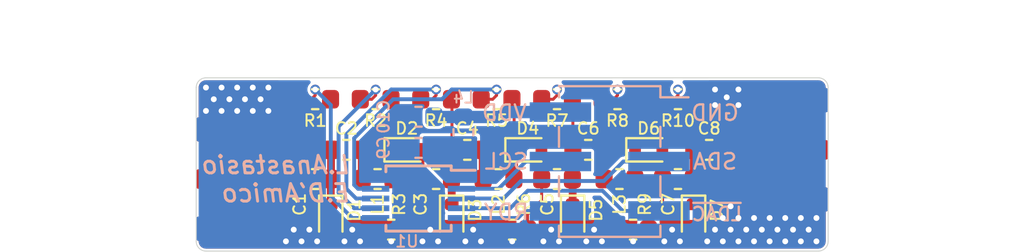
<source format=kicad_pcb>
(kicad_pcb (version 20171130) (host pcbnew 5.1.5-52549c5~84~ubuntu16.04.1)
  (title_block (title "Tunable Filter") (company "Luca Anastasio and Emanuele D'Amico"))
  (layers (0 F.Cu signal) (1 In1.Cu power) (2 In2.Cu power) (31 B.Cu signal) (34 B.Paste user) (35 F.Paste user) (36 B.SilkS user) (37 F.SilkS user) (38 B.Mask user) (39 F.Mask user) (44 Edge.Cuts user))
  (net 0 "")
  (net 1 GND)
  (net 2 VDDA)
  (net 3 VDD)
  (net 4 /RF/inv0/Vd)
  (net 5 /RF/RFin)
  (net 6 /RF/res0/In)
  (net 7 /RF/inv1/Vd)
  (net 8 /RF/inv1/In)
  (net 9 /RF/res1/In)
  (net 10 /RF/inv2/Vd)
  (net 11 /RF/inv2/In)
  (net 12 /RF/res2/In)
  (net 13 /RF/inv3/In)
  (net 14 /RF/inv3/Vd)
  (net 15 /RF/RFout)
  (net 16 /logic/RDY)
  (net 17 /logic/~LDAC)
  (net 18 /logic/SDA)
  (net 19 /logic/SCL)
  (net 20 /RF/V0)
  (net 21 /RF/V1)
  (net 22 /RF/V2)
  (net 23 /RF/V3)
  (net 24 /RF/res0/Vd+)
  (net 25 /RF/res1/Vd+)
  (net 26 /RF/res2/Vd+)
  (module Connector_PinHeader_2.54mm:PinHeader_2x03_P2.54mm_Vertical_SMD (layer B.Cu) (at 83.7 48.1 180)
    (fp_text reference J3 hide)
    (fp_text value Conn_01x06_Male)
    (fp_line (start 2.6 -0.76) (end 2.6 -1.78) (layer B.SilkS) (width 0.12))
    (fp_line (start -2.6 -0.76) (end -2.6 -1.78) (layer B.SilkS) (width 0.12))
    (fp_line (start 2.6 1.78) (end 2.6 0.76) (layer B.SilkS) (width 0.12))
    (fp_line (start -2.6 1.78) (end -2.6 0.76) (layer B.SilkS) (width 0.12))
    (fp_line (start 2.6 -3.3) (end 2.6 -3.87) (layer B.SilkS) (width 0.12))
    (fp_line (start -2.6 -3.3) (end -2.6 -3.87) (layer B.SilkS) (width 0.12))
    (fp_line (start 2.6 3.87) (end 2.6 3.3) (layer B.SilkS) (width 0.12))
    (fp_line (start -2.6 3.87) (end -2.6 3.3) (layer B.SilkS) (width 0.12))
    (fp_line (start -4.04 3.3) (end -2.6 3.3) (layer B.SilkS) (width 0.12))
    (fp_line (start -2.6 -3.87) (end 2.6 -3.87) (layer B.SilkS) (width 0.12))
    (fp_line (start -2.6 3.87) (end 2.6 3.87) (layer B.SilkS) (width 0.12))
    (pad 6 smd rect (at 2.525 -2.54 180) (size 3.15 1) (layers B.Cu B.Paste B.Mask) (net 16 /logic/RDY))
    (pad 5 smd rect (at -2.525 -2.54 180) (size 3.15 1) (layers B.Cu B.Paste B.Mask) (net 17 /logic/~LDAC))
    (pad 4 smd rect (at 2.525 0 180) (size 3.15 1) (layers B.Cu B.Paste B.Mask) (net 19 /logic/SCL))
    (pad 3 smd rect (at -2.525 0 180) (size 3.15 1) (layers B.Cu B.Paste B.Mask) (net 18 /logic/SDA))
    (pad 2 smd rect (at 2.525 2.54 180) (size 3.15 1) (layers B.Cu B.Paste B.Mask) (net 3 VDD))
    (pad 1 smd rect (at -2.525 2.54 180) (size 3.15 1) (layers B.Cu B.Paste B.Mask) (net 1 GND))
  )
  (module Capacitor_SMD:C_0603_1608Metric (layer B.Cu) (at 73.9 45.8 180)
    (fp_text reference C10 (at 1.8 0 90) (layer B.SilkS) (effects (font (size 0.6 0.6) (thickness 0.1)) (justify mirror)))
    (fp_text value 4.7u)
    (fp_line (start -0.162779 0.51) (end 0.162779 0.51) (layer B.SilkS) (width 0.12))
    (fp_line (start -0.162779 -0.51) (end 0.162779 -0.51) (layer B.SilkS) (width 0.12))
    (pad 1 smd roundrect (at -0.7875 0 180) (size 0.875 0.95) (layers B.Cu B.Paste B.Mask) (net 3 VDD))
    (pad 2 smd roundrect (at 0.7875 0 180) (size 0.875 0.95) (layers B.Cu B.Paste B.Mask) (net 1 GND))
  )
  (module Inductor_SMD:L_0603_1608Metric (layer B.Cu) (at 76.2 46.6 90)
    (fp_text reference L4 (at 1.8 0) (layer B.SilkS) (effects (font (size 0.6 0.6) (thickness 0.1)) (justify mirror)))
    (fp_text value 180R)
    (fp_line (start -0.162779 0.51) (end 0.162779 0.51) (layer B.SilkS) (width 0.12))
    (fp_line (start -0.162779 -0.51) (end 0.162779 -0.51) (layer B.SilkS) (width 0.12))
    (pad 1 smd roundrect (at -0.7875 0 90) (size 0.875 0.95) (layers B.Cu B.Paste B.Mask) (net 2 VDDA))
    (pad 2 smd roundrect (at 0.7875 0 90) (size 0.875 0.95) (layers B.Cu B.Paste B.Mask) (net 3 VDD))
  )
  (module libs:SMA_generic_EdgeMount (layer F.Cu) (at 62.5 49)
    (fp_text reference J1 hide)
    (fp_text value Conn_Coaxial)
    (pad 2 smd roundrect (at 2.125 -2.55) (size 4.25 1.25) (layers B.Cu B.Paste B.Mask) (roundrect_rratio 0.1) (net 1 GND))
    (pad 2 smd roundrect (at 2.125 2.55) (size 4.25 1.25) (layers F.Cu F.Paste F.Mask) (roundrect_rratio 0.1) (net 1 GND))
    (pad 2 smd roundrect (at 2.125 2.55) (size 4.25 1.25) (layers B.Cu B.Paste B.Mask) (roundrect_rratio 0.1) (net 1 GND))
    (pad 1 smd roundrect (at 2.125 0) (size 4.25 1) (layers F.Cu F.Paste F.Mask) (roundrect_rratio 0.1) (net 5 /RF/RFin))
    (pad 2 smd roundrect (at 2.125 -2.55) (size 4.25 1.25) (layers F.Cu F.Paste F.Mask) (roundrect_rratio 0.1) (net 1 GND))
    (pad 2 smd roundrect (at 2.125 2.55) (size 4.25 1.25) (layers B.Cu B.Paste B.Mask) (roundrect_rratio 0.1) (net 1 GND))
  )
  (module Resistor_SMD:R_0603_1608Metric (layer F.Cu) (at 87.2 44.9)
    (fp_text reference R10 (at 0 1.1) (layer F.SilkS) (effects (font (size 0.6 0.6) (thickness 0.1))))
    (fp_text value 100k)
    (fp_line (start -0.162779 -0.51) (end 0.162779 -0.51) (layer F.SilkS) (width 0.12))
    (fp_line (start -0.162779 0.51) (end 0.162779 0.51) (layer F.SilkS) (width 0.12))
    (pad 1 smd roundrect (at -0.7875 0) (size 0.875 0.95) (layers F.Cu F.Paste F.Mask) (net 20 /RF/V0))
    (pad 2 smd roundrect (at 0.7875 0) (size 0.875 0.95) (layers F.Cu F.Paste F.Mask) (net 14 /RF/inv3/Vd))
  )
  (module Resistor_SMD:R_0603_1608Metric (layer F.Cu) (at 84.9 51.6 180)
    (fp_text reference R9 (at -0.6 1.3 90) (layer F.SilkS) (effects (font (size 0.6 0.6) (thickness 0.1))))
    (fp_text value 100k)
    (fp_line (start -0.162779 -0.51) (end 0.162779 -0.51) (layer F.SilkS) (width 0.12))
    (fp_line (start -0.162779 0.51) (end 0.162779 0.51) (layer F.SilkS) (width 0.12))
    (pad 1 smd roundrect (at -0.7875 0 180) (size 0.875 0.95) (layers F.Cu F.Paste F.Mask) (net 13 /RF/inv3/In))
    (pad 2 smd roundrect (at 0.7875 0 180) (size 0.875 0.95) (layers F.Cu F.Paste F.Mask) (net 1 GND))
  )
  (module Resistor_SMD:R_0603_1608Metric (layer F.Cu) (at 84.1 44.9)
    (fp_text reference R8 (at 0 1.1) (layer F.SilkS) (effects (font (size 0.6 0.6) (thickness 0.1))))
    (fp_text value 100k)
    (fp_line (start -0.162779 -0.51) (end 0.162779 -0.51) (layer F.SilkS) (width 0.12))
    (fp_line (start -0.162779 0.51) (end 0.162779 0.51) (layer F.SilkS) (width 0.12))
    (pad 1 smd roundrect (at -0.7875 0) (size 0.875 0.95) (layers F.Cu F.Paste F.Mask) (net 21 /RF/V1))
    (pad 2 smd roundrect (at 0.7875 0) (size 0.875 0.95) (layers F.Cu F.Paste F.Mask) (net 26 /RF/res2/Vd+))
  )
  (module Resistor_SMD:R_0603_1608Metric (layer F.Cu) (at 81 44.9)
    (fp_text reference R7 (at 0 1.1) (layer F.SilkS) (effects (font (size 0.6 0.6) (thickness 0.1))))
    (fp_text value 100k)
    (fp_line (start -0.162779 -0.51) (end 0.162779 -0.51) (layer F.SilkS) (width 0.12))
    (fp_line (start -0.162779 0.51) (end 0.162779 0.51) (layer F.SilkS) (width 0.12))
    (pad 1 smd roundrect (at -0.7875 0) (size 0.875 0.95) (layers F.Cu F.Paste F.Mask) (net 22 /RF/V2))
    (pad 2 smd roundrect (at 0.7875 0) (size 0.875 0.95) (layers F.Cu F.Paste F.Mask) (net 10 /RF/inv2/Vd))
  )
  (module Resistor_SMD:R_0603_1608Metric (layer F.Cu) (at 78.7 51.6 180)
    (fp_text reference R6 (at -0.6 1.3 270) (layer F.SilkS) (effects (font (size 0.6 0.6) (thickness 0.1))))
    (fp_text value 100k)
    (fp_line (start -0.162779 0.51) (end 0.162779 0.51) (layer F.SilkS) (width 0.12))
    (fp_line (start -0.162779 -0.51) (end 0.162779 -0.51) (layer F.SilkS) (width 0.12))
    (pad 2 smd roundrect (at 0.7875 0 180) (size 0.875 0.95) (layers F.Cu F.Paste F.Mask) (net 1 GND))
    (pad 1 smd roundrect (at -0.7875 0 180) (size 0.875 0.95) (layers F.Cu F.Paste F.Mask) (net 11 /RF/inv2/In))
  )
  (module Resistor_SMD:R_0603_1608Metric (layer F.Cu) (at 77.9 44.9)
    (fp_text reference R5 (at 0 1.1) (layer F.SilkS) (effects (font (size 0.6 0.6) (thickness 0.1))))
    (fp_text value 100k)
    (fp_line (start -0.162779 0.51) (end 0.162779 0.51) (layer F.SilkS) (width 0.12))
    (fp_line (start -0.162779 -0.51) (end 0.162779 -0.51) (layer F.SilkS) (width 0.12))
    (pad 2 smd roundrect (at 0.7875 0) (size 0.875 0.95) (layers F.Cu F.Paste F.Mask) (net 25 /RF/res1/Vd+))
    (pad 1 smd roundrect (at -0.7875 0) (size 0.875 0.95) (layers F.Cu F.Paste F.Mask) (net 23 /RF/V3))
  )
  (module Resistor_SMD:R_0603_1608Metric (layer F.Cu) (at 74.8 44.9)
    (fp_text reference R4 (at 0 1.1) (layer F.SilkS) (effects (font (size 0.6 0.6) (thickness 0.1))))
    (fp_text value 100k)
    (fp_line (start -0.162779 0.51) (end 0.162779 0.51) (layer F.SilkS) (width 0.12))
    (fp_line (start -0.162779 -0.51) (end 0.162779 -0.51) (layer F.SilkS) (width 0.12))
    (pad 2 smd roundrect (at 0.7875 0) (size 0.875 0.95) (layers F.Cu F.Paste F.Mask) (net 7 /RF/inv1/Vd))
    (pad 1 smd roundrect (at -0.7875 0) (size 0.875 0.95) (layers F.Cu F.Paste F.Mask) (net 22 /RF/V2))
  )
  (module Resistor_SMD:R_0603_1608Metric (layer F.Cu) (at 72.5 51.6 180)
    (fp_text reference R3 (at -0.4 1.3 270) (layer F.SilkS) (effects (font (size 0.6 0.6) (thickness 0.1))))
    (fp_text value 100k)
    (fp_line (start -0.162779 0.51) (end 0.162779 0.51) (layer F.SilkS) (width 0.12))
    (fp_line (start -0.162779 -0.51) (end 0.162779 -0.51) (layer F.SilkS) (width 0.12))
    (pad 2 smd roundrect (at 0.7875 0 180) (size 0.875 0.95) (layers F.Cu F.Paste F.Mask) (net 1 GND))
    (pad 1 smd roundrect (at -0.7875 0 180) (size 0.875 0.95) (layers F.Cu F.Paste F.Mask) (net 8 /RF/inv1/In))
  )
  (module Resistor_SMD:R_0603_1608Metric (layer F.Cu) (at 71.7 44.9)
    (fp_text reference R2 (at 0 1.1) (layer F.SilkS) (effects (font (size 0.6 0.6) (thickness 0.1))))
    (fp_text value 100k)
    (fp_line (start -0.162779 0.51) (end 0.162779 0.51) (layer F.SilkS) (width 0.12))
    (fp_line (start -0.162779 -0.51) (end 0.162779 -0.51) (layer F.SilkS) (width 0.12))
    (pad 2 smd roundrect (at 0.7875 0) (size 0.875 0.95) (layers F.Cu F.Paste F.Mask) (net 24 /RF/res0/Vd+))
    (pad 1 smd roundrect (at -0.7875 0) (size 0.875 0.95) (layers F.Cu F.Paste F.Mask) (net 21 /RF/V1))
  )
  (module Resistor_SMD:R_0603_1608Metric (layer F.Cu) (at 68.6 44.9)
    (fp_text reference R1 (at 0 1.1) (layer F.SilkS) (effects (font (size 0.6 0.6) (thickness 0.1))))
    (fp_text value 100k)
    (fp_line (start -0.162779 0.51) (end 0.162779 0.51) (layer F.SilkS) (width 0.12))
    (fp_line (start -0.162779 -0.51) (end 0.162779 -0.51) (layer F.SilkS) (width 0.12))
    (pad 2 smd roundrect (at 0.7875 0) (size 0.875 0.95) (layers F.Cu F.Paste F.Mask) (net 4 /RF/inv0/Vd))
    (pad 1 smd roundrect (at -0.7875 0) (size 0.875 0.95) (layers F.Cu F.Paste F.Mask) (net 20 /RF/V0))
  )
  (module libs:Coilcraft_0603CS (layer F.Cu) (at 84.2 49)
    (fp_text reference L3 (at 0 1.3 90) (layer F.SilkS) (effects (font (size 0.6 0.6) (thickness 0.1))))
    (fp_text value L0)
    (fp_line (start -0.162779 0.51) (end 0.162779 0.51) (layer F.SilkS) (width 0.12))
    (fp_line (start -0.162779 -0.51) (end 0.162779 -0.51) (layer F.SilkS) (width 0.12))
    (pad 2 smd roundrect (at 0.7875 0) (size 0.875 0.95) (layers F.Cu F.Paste F.Mask) (net 26 /RF/res2/Vd+))
    (pad 1 smd roundrect (at -0.7875 0) (size 0.875 0.95) (layers F.Cu F.Paste F.Mask) (net 12 /RF/res2/In))
  )
  (module libs:Coilcraft_0603CS (layer F.Cu) (at 78 49)
    (fp_text reference L2 (at 0 1.3 270) (layer F.SilkS) (effects (font (size 0.6 0.6) (thickness 0.1))))
    (fp_text value L0)
    (fp_line (start -0.162779 -0.51) (end 0.162779 -0.51) (layer F.SilkS) (width 0.12))
    (fp_line (start -0.162779 0.51) (end 0.162779 0.51) (layer F.SilkS) (width 0.12))
    (pad 1 smd roundrect (at -0.7875 0) (size 0.875 0.95) (layers F.Cu F.Paste F.Mask) (net 9 /RF/res1/In))
    (pad 2 smd roundrect (at 0.7875 0) (size 0.875 0.95) (layers F.Cu F.Paste F.Mask) (net 25 /RF/res1/Vd+))
  )
  (module libs:Coilcraft_0603CS (layer F.Cu) (at 71.8 49)
    (fp_text reference L1 (at 0 1.3 270) (layer F.SilkS) (effects (font (size 0.6 0.6) (thickness 0.1))))
    (fp_text value L0)
    (fp_line (start -0.162779 -0.51) (end 0.162779 -0.51) (layer F.SilkS) (width 0.12))
    (fp_line (start -0.162779 0.51) (end 0.162779 0.51) (layer F.SilkS) (width 0.12))
    (pad 1 smd roundrect (at -0.7875 0) (size 0.875 0.95) (layers F.Cu F.Paste F.Mask) (net 6 /RF/res0/In))
    (pad 2 smd roundrect (at 0.7875 0) (size 0.875 0.95) (layers F.Cu F.Paste F.Mask) (net 24 /RF/res0/Vd+))
  )
  (module libs:SMA_generic_EdgeMount (layer F.Cu) (at 94.9 47.5 180)
    (fp_text reference J2 hide)
    (fp_text value Conn_Coaxial)
    (pad 2 smd roundrect (at 2.125 2.55 180) (size 4.25 1.25) (layers B.Cu B.Paste B.Mask) (roundrect_rratio 0.1) (net 1 GND))
    (pad 2 smd roundrect (at 2.125 -2.55 180) (size 4.25 1.25) (layers F.Cu F.Paste F.Mask) (roundrect_rratio 0.1) (net 1 GND))
    (pad 1 smd roundrect (at 2.125 0 180) (size 4.25 1) (layers F.Cu F.Paste F.Mask) (roundrect_rratio 0.1) (net 15 /RF/RFout))
    (pad 2 smd roundrect (at 2.125 2.55 180) (size 4.25 1.25) (layers B.Cu B.Paste B.Mask) (roundrect_rratio 0.1) (net 1 GND))
    (pad 2 smd roundrect (at 2.125 2.55 180) (size 4.25 1.25) (layers F.Cu F.Paste F.Mask) (roundrect_rratio 0.1) (net 1 GND))
    (pad 2 smd roundrect (at 2.125 -2.55 180) (size 4.25 1.25) (layers B.Cu B.Paste B.Mask) (roundrect_rratio 0.1) (net 1 GND))
  )
  (module libs:D_SOD-523 (layer F.Cu) (at 88 51 270)
    (fp_text reference D7 (at -0.4 -1.2 90) (layer F.SilkS) (effects (font (size 0.6 0.6) (thickness 0.1))))
    (fp_text value BB202)
    (fp_line (start -1.15 -0.6) (end -1.15 0.6) (layer F.SilkS) (width 0.12))
    (fp_line (start 0.7 -0.6) (end -1.15 -0.6) (layer F.SilkS) (width 0.12))
    (fp_line (start 0.7 0.6) (end -1.15 0.6) (layer F.SilkS) (width 0.12))
    (pad 2 smd roundrect (at 0.7 0 90) (size 0.6 0.7) (layers F.Cu F.Paste F.Mask) (net 1 GND))
    (pad 1 smd roundrect (at -0.7 0 90) (size 0.6 0.7) (layers F.Cu F.Paste F.Mask) (net 14 /RF/inv3/Vd))
  )
  (module libs:D_SOD-523 (layer F.Cu) (at 85.7 47.5)
    (fp_text reference D6 (at 0 -1.1) (layer F.SilkS) (effects (font (size 0.6 0.6) (thickness 0.1))))
    (fp_text value BB202)
    (fp_line (start -1.15 -0.6) (end -1.15 0.6) (layer F.SilkS) (width 0.12))
    (fp_line (start 0.7 -0.6) (end -1.15 -0.6) (layer F.SilkS) (width 0.12))
    (fp_line (start 0.7 0.6) (end -1.15 0.6) (layer F.SilkS) (width 0.12))
    (pad 2 smd roundrect (at 0.7 0 180) (size 0.6 0.7) (layers F.Cu F.Paste F.Mask) (net 13 /RF/inv3/In))
    (pad 1 smd roundrect (at -0.7 0 180) (size 0.6 0.7) (layers F.Cu F.Paste F.Mask) (net 26 /RF/res2/Vd+))
  )
  (module libs:D_SOD-523 (layer F.Cu) (at 81.8 51 270)
    (fp_text reference D5 (at -0.4 -1.2 90) (layer F.SilkS) (effects (font (size 0.6 0.6) (thickness 0.1))))
    (fp_text value BB202)
    (fp_line (start -1.15 -0.6) (end -1.15 0.6) (layer F.SilkS) (width 0.12))
    (fp_line (start 0.7 -0.6) (end -1.15 -0.6) (layer F.SilkS) (width 0.12))
    (fp_line (start 0.7 0.6) (end -1.15 0.6) (layer F.SilkS) (width 0.12))
    (pad 2 smd roundrect (at 0.7 0 90) (size 0.6 0.7) (layers F.Cu F.Paste F.Mask) (net 1 GND))
    (pad 1 smd roundrect (at -0.7 0 90) (size 0.6 0.7) (layers F.Cu F.Paste F.Mask) (net 10 /RF/inv2/Vd))
  )
  (module libs:D_SOD-523 (layer F.Cu) (at 79.5 47.5)
    (fp_text reference D4 (at 0 -1.1) (layer F.SilkS) (effects (font (size 0.6 0.6) (thickness 0.1))))
    (fp_text value BB202)
    (fp_line (start -1.15 -0.6) (end -1.15 0.6) (layer F.SilkS) (width 0.12))
    (fp_line (start 0.7 -0.6) (end -1.15 -0.6) (layer F.SilkS) (width 0.12))
    (fp_line (start 0.7 0.6) (end -1.15 0.6) (layer F.SilkS) (width 0.12))
    (pad 2 smd roundrect (at 0.7 0 180) (size 0.6 0.7) (layers F.Cu F.Paste F.Mask) (net 11 /RF/inv2/In))
    (pad 1 smd roundrect (at -0.7 0 180) (size 0.6 0.7) (layers F.Cu F.Paste F.Mask) (net 25 /RF/res1/Vd+))
  )
  (module libs:D_SOD-523 (layer F.Cu) (at 75.6 51 270)
    (fp_text reference D3 (at -0.4 -1.2 90) (layer F.SilkS) (effects (font (size 0.6 0.6) (thickness 0.1))))
    (fp_text value BB202)
    (fp_line (start 0.7 0.6) (end -1.15 0.6) (layer F.SilkS) (width 0.12))
    (fp_line (start 0.7 -0.6) (end -1.15 -0.6) (layer F.SilkS) (width 0.12))
    (fp_line (start -1.15 -0.6) (end -1.15 0.6) (layer F.SilkS) (width 0.12))
    (pad 1 smd roundrect (at -0.7 0 90) (size 0.6 0.7) (layers F.Cu F.Paste F.Mask) (net 7 /RF/inv1/Vd))
    (pad 2 smd roundrect (at 0.7 0 90) (size 0.6 0.7) (layers F.Cu F.Paste F.Mask) (net 1 GND))
  )
  (module libs:D_SOD-523 (layer F.Cu) (at 73.3 47.5)
    (fp_text reference D2 (at 0 -1.1) (layer F.SilkS) (effects (font (size 0.6 0.6) (thickness 0.1))))
    (fp_text value BB202)
    (fp_line (start -1.15 -0.6) (end -1.15 0.6) (layer F.SilkS) (width 0.12))
    (fp_line (start 0.7 -0.6) (end -1.15 -0.6) (layer F.SilkS) (width 0.12))
    (fp_line (start 0.7 0.6) (end -1.15 0.6) (layer F.SilkS) (width 0.12))
    (pad 2 smd roundrect (at 0.7 0 180) (size 0.6 0.7) (layers F.Cu F.Paste F.Mask) (net 8 /RF/inv1/In))
    (pad 1 smd roundrect (at -0.7 0 180) (size 0.6 0.7) (layers F.Cu F.Paste F.Mask) (net 24 /RF/res0/Vd+))
  )
  (module libs:D_SOD-523 (layer F.Cu) (at 69.4 51 270)
    (fp_text reference D1 (at -0.4 -1.2 90) (layer F.SilkS) (effects (font (size 0.6 0.6) (thickness 0.1))))
    (fp_text value BB202)
    (fp_line (start 0.7 0.6) (end -1.15 0.6) (layer F.SilkS) (width 0.12))
    (fp_line (start 0.7 -0.6) (end -1.15 -0.6) (layer F.SilkS) (width 0.12))
    (fp_line (start -1.15 -0.6) (end -1.15 0.6) (layer F.SilkS) (width 0.12))
    (pad 1 smd roundrect (at -0.7 0 90) (size 0.6 0.7) (layers F.Cu F.Paste F.Mask) (net 4 /RF/inv0/Vd))
    (pad 2 smd roundrect (at 0.7 0 90) (size 0.6 0.7) (layers F.Cu F.Paste F.Mask) (net 1 GND))
  )
  (module Capacitor_SMD:C_0603_1608Metric (layer B.Cu) (at 73.9 47.4 180)
    (fp_text reference C9 (at 1.8 0 90) (layer B.SilkS) (effects (font (size 0.6 0.6) (thickness 0.1)) (justify mirror)))
    (fp_text value 100n)
    (fp_line (start -0.162779 -0.51) (end 0.162779 -0.51) (layer B.SilkS) (width 0.12))
    (fp_line (start -0.162779 0.51) (end 0.162779 0.51) (layer B.SilkS) (width 0.12))
    (pad 2 smd roundrect (at 0.7875 0 180) (size 0.875 0.95) (layers B.Cu B.Paste B.Mask) (net 1 GND))
    (pad 1 smd roundrect (at -0.7875 0 180) (size 0.875 0.95) (layers B.Cu B.Paste B.Mask) (net 2 VDDA))
  )
  (module Capacitor_SMD:C_0603_1608Metric (layer F.Cu) (at 88.8 47.5)
    (fp_text reference C8 (at 0 -1.1) (layer F.SilkS) (effects (font (size 0.6 0.6) (thickness 0.1))))
    (fp_text value 100n)
    (fp_line (start -0.162779 -0.51) (end 0.162779 -0.51) (layer F.SilkS) (width 0.12))
    (fp_line (start -0.162779 0.51) (end 0.162779 0.51) (layer F.SilkS) (width 0.12))
    (pad 1 smd roundrect (at -0.7875 0) (size 0.875 0.95) (layers F.Cu F.Paste F.Mask) (net 14 /RF/inv3/Vd))
    (pad 2 smd roundrect (at 0.7875 0) (size 0.875 0.95) (layers F.Cu F.Paste F.Mask) (net 15 /RF/RFout))
  )
  (module Capacitor_SMD:C_0603_1608Metric (layer F.Cu) (at 87.2 49)
    (fp_text reference C7 (at -0.5 1.3 90) (layer F.SilkS) (effects (font (size 0.6 0.6) (thickness 0.1))))
    (fp_text value 100n)
    (fp_line (start -0.162779 -0.51) (end 0.162779 -0.51) (layer F.SilkS) (width 0.12))
    (fp_line (start -0.162779 0.51) (end 0.162779 0.51) (layer F.SilkS) (width 0.12))
    (pad 1 smd roundrect (at -0.7875 0) (size 0.875 0.95) (layers F.Cu F.Paste F.Mask) (net 13 /RF/inv3/In))
    (pad 2 smd roundrect (at 0.7875 0) (size 0.875 0.95) (layers F.Cu F.Paste F.Mask) (net 14 /RF/inv3/Vd))
  )
  (module Capacitor_SMD:C_0603_1608Metric (layer F.Cu) (at 82.6 47.5)
    (fp_text reference C6 (at 0 -1.1) (layer F.SilkS) (effects (font (size 0.6 0.6) (thickness 0.1))))
    (fp_text value 100n)
    (fp_line (start -0.162779 0.51) (end 0.162779 0.51) (layer F.SilkS) (width 0.12))
    (fp_line (start -0.162779 -0.51) (end 0.162779 -0.51) (layer F.SilkS) (width 0.12))
    (pad 2 smd roundrect (at 0.7875 0) (size 0.875 0.95) (layers F.Cu F.Paste F.Mask) (net 12 /RF/res2/In))
    (pad 1 smd roundrect (at -0.7875 0) (size 0.875 0.95) (layers F.Cu F.Paste F.Mask) (net 10 /RF/inv2/Vd))
  )
  (module Capacitor_SMD:C_0603_1608Metric (layer F.Cu) (at 81 49)
    (fp_text reference C5 (at -0.5 1.3 270) (layer F.SilkS) (effects (font (size 0.6 0.6) (thickness 0.1))))
    (fp_text value 100n)
    (fp_line (start -0.162779 0.51) (end 0.162779 0.51) (layer F.SilkS) (width 0.12))
    (fp_line (start -0.162779 -0.51) (end 0.162779 -0.51) (layer F.SilkS) (width 0.12))
    (pad 2 smd roundrect (at 0.7875 0) (size 0.875 0.95) (layers F.Cu F.Paste F.Mask) (net 10 /RF/inv2/Vd))
    (pad 1 smd roundrect (at -0.7875 0) (size 0.875 0.95) (layers F.Cu F.Paste F.Mask) (net 11 /RF/inv2/In))
  )
  (module Capacitor_SMD:C_0603_1608Metric (layer F.Cu) (at 76.4 47.5)
    (fp_text reference C4 (at 0 -1.1) (layer F.SilkS) (effects (font (size 0.6 0.6) (thickness 0.1))))
    (fp_text value 100n)
    (fp_line (start -0.162779 0.51) (end 0.162779 0.51) (layer F.SilkS) (width 0.12))
    (fp_line (start -0.162779 -0.51) (end 0.162779 -0.51) (layer F.SilkS) (width 0.12))
    (pad 2 smd roundrect (at 0.7875 0) (size 0.875 0.95) (layers F.Cu F.Paste F.Mask) (net 9 /RF/res1/In))
    (pad 1 smd roundrect (at -0.7875 0) (size 0.875 0.95) (layers F.Cu F.Paste F.Mask) (net 7 /RF/inv1/Vd))
  )
  (module Capacitor_SMD:C_0603_1608Metric (layer F.Cu) (at 74.8 49)
    (fp_text reference C3 (at -0.8 1.3 90) (layer F.SilkS) (effects (font (size 0.6 0.6) (thickness 0.1))))
    (fp_text value 100n)
    (fp_line (start -0.162779 0.51) (end 0.162779 0.51) (layer F.SilkS) (width 0.12))
    (fp_line (start -0.162779 -0.51) (end 0.162779 -0.51) (layer F.SilkS) (width 0.12))
    (pad 2 smd roundrect (at 0.7875 0) (size 0.875 0.95) (layers F.Cu F.Paste F.Mask) (net 7 /RF/inv1/Vd))
    (pad 1 smd roundrect (at -0.7875 0) (size 0.875 0.95) (layers F.Cu F.Paste F.Mask) (net 8 /RF/inv1/In))
  )
  (module Package_SO:MSOP-10_3x3mm_P0.5mm (layer B.Cu) (at 73.9 50 180)
    (fp_text reference U1 (at 0.6 -2.2) (layer B.SilkS) (effects (font (size 0.6 0.6) (thickness 0.1)) (justify mirror)))
    (fp_text value MCP4728)
    (fp_line (start -1.675 1.45) (end -2.9 1.45) (layer B.SilkS) (width 0.15))
    (fp_line (start -1.675 -1.675) (end 1.675 -1.675) (layer B.SilkS) (width 0.15))
    (fp_line (start -1.675 1.675) (end 1.675 1.675) (layer B.SilkS) (width 0.15))
    (fp_line (start -1.675 -1.675) (end -1.675 -1.375) (layer B.SilkS) (width 0.15))
    (fp_line (start 1.675 -1.675) (end 1.675 -1.375) (layer B.SilkS) (width 0.15))
    (fp_line (start 1.675 1.675) (end 1.675 1.375) (layer B.SilkS) (width 0.15))
    (fp_line (start -1.675 1.675) (end -1.675 1.45) (layer B.SilkS) (width 0.15))
    (pad 10 smd rect (at 2.2 1 180) (size 1.4 0.3) (layers B.Cu B.Paste B.Mask) (net 1 GND))
    (pad 9 smd rect (at 2.2 0.5 180) (size 1.4 0.3) (layers B.Cu B.Paste B.Mask) (net 23 /RF/V3))
    (pad 8 smd rect (at 2.2 0 180) (size 1.4 0.3) (layers B.Cu B.Paste B.Mask) (net 22 /RF/V2))
    (pad 7 smd rect (at 2.2 -0.5 180) (size 1.4 0.3) (layers B.Cu B.Paste B.Mask) (net 21 /RF/V1))
    (pad 6 smd rect (at 2.2 -1 180) (size 1.4 0.3) (layers B.Cu B.Paste B.Mask) (net 20 /RF/V0))
    (pad 5 smd rect (at -2.2 -1 180) (size 1.4 0.3) (layers B.Cu B.Paste B.Mask) (net 16 /logic/RDY))
    (pad 4 smd rect (at -2.2 -0.5 180) (size 1.4 0.3) (layers B.Cu B.Paste B.Mask) (net 17 /logic/~LDAC))
    (pad 3 smd rect (at -2.2 0 180) (size 1.4 0.3) (layers B.Cu B.Paste B.Mask) (net 18 /logic/SDA))
    (pad 2 smd rect (at -2.2 0.5 180) (size 1.4 0.3) (layers B.Cu B.Paste B.Mask) (net 19 /logic/SCL))
    (pad 1 smd rect (at -2.2 1 180) (size 1.4 0.3) (layers B.Cu B.Paste B.Mask) (net 2 VDDA))
  )
  (module Capacitor_SMD:C_0603_1608Metric (layer F.Cu) (at 68.6 49)
    (fp_text reference C1 (at -0.8 1.3 90) (layer F.SilkS) (effects (font (size 0.6 0.6) (thickness 0.1))))
    (fp_text value 100n)
    (fp_line (start -0.162779 0.51) (end 0.162779 0.51) (layer F.SilkS) (width 0.12))
    (fp_line (start -0.162779 -0.51) (end 0.162779 -0.51) (layer F.SilkS) (width 0.12))
    (pad 2 smd roundrect (at 0.7875 0) (size 0.875 0.95) (layers F.Cu F.Paste F.Mask) (net 4 /RF/inv0/Vd))
    (pad 1 smd roundrect (at -0.7875 0) (size 0.875 0.95) (layers F.Cu F.Paste F.Mask) (net 5 /RF/RFin))
  )
  (module Capacitor_SMD:C_0603_1608Metric (layer F.Cu) (at 70.2 47.5)
    (fp_text reference C2 (at 0 -1.1) (layer F.SilkS) (effects (font (size 0.6 0.6) (thickness 0.1))))
    (fp_text value 100n)
    (fp_line (start -0.162779 0.51) (end 0.162779 0.51) (layer F.SilkS) (width 0.12))
    (fp_line (start -0.162779 -0.51) (end 0.162779 -0.51) (layer F.SilkS) (width 0.12))
    (pad 2 smd roundrect (at 0.7875 0) (size 0.875 0.95) (layers F.Cu F.Paste F.Mask) (net 6 /RF/res0/In))
    (pad 1 smd roundrect (at -0.7875 0) (size 0.875 0.95) (layers F.Cu F.Paste F.Mask) (net 4 /RF/inv0/Vd))
  )
  (gr_text "L.Anastasio\nE.D'Amico" (at 70.5 49) (layer B.SilkS) (effects (font (size 0.9 0.9) (thickness 0.15) italic) (justify left mirror)))
  (gr_text RDY (at 78.4 50.7) (layer B.SilkS) (effects (font (size 0.8 0.8) (thickness 0.12)) (justify mirror)))
  (gr_text SCL (at 78.4 48.1) (layer B.SilkS) (effects (font (size 0.8 0.8) (thickness 0.12)) (justify mirror)))
  (gr_text VDD (at 78.3 45.6) (layer B.SilkS) (effects (font (size 0.8 0.8) (thickness 0.12)) (justify mirror)))
  (gr_text ~LDAC (at 89.2 50.8) (layer B.SilkS) (effects (font (size 0.7 0.7) (thickness 0.12)) (justify mirror)))
  (gr_text SDA (at 89.1 48.1) (layer B.SilkS) (effects (font (size 0.8 0.8) (thickness 0.12)) (justify mirror)))
  (gr_text GND (at 89.1 45.6) (layer B.SilkS) (effects (font (size 0.8 0.8) (thickness 0.12)) (justify mirror)))
  (gr_line (start 63 43.8) (end 94.4 43.8) (layer Edge.Cuts) (width 0.05))
  (gr_line (start 94.4 52.7) (end 63 52.7) (layer Edge.Cuts) (width 0.05))
  (gr_line (start 94.9 52.2) (end 94.9 44.3) (layer Edge.Cuts) (width 0.05))
  (gr_line (start 62.5 52.2) (end 62.5 44.3) (layer Edge.Cuts) (width 0.05))
  (gr_arc (start 94.4 44.3) (end 94.9 44.3) (angle -90) (layer Edge.Cuts) (width 0.05))
  (gr_arc (start 94.4 52.2) (end 94.4 52.7) (angle -90) (layer Edge.Cuts) (width 0.05))
  (gr_arc (start 63 52.2) (end 62.5 52.2) (angle -90) (layer Edge.Cuts) (width 0.05))
  (gr_arc (start 63 44.3) (end 63 43.8) (angle -90) (layer Edge.Cuts) (width 0.05))
  (via (at 72.5 52.2) (size 0.5) (drill 0.3) (layers F.Cu B.Cu) (net 1))
  (via (at 68.7 52.2) (size 0.5) (drill 0.3) (layers F.Cu B.Cu) (net 1))
  (via (at 70.1 52.2) (size 0.5) (drill 0.3) (layers F.Cu B.Cu) (net 1))
  (via (at 67.9 52.2) (size 0.5) (drill 0.3) (layers F.Cu B.Cu) (net 1))
  (via (at 67.1 52.2) (size 0.5) (drill 0.3) (layers F.Cu B.Cu) (net 1))
  (via (at 67.5 51.6) (size 0.5) (drill 0.3) (layers F.Cu B.Cu) (net 1))
  (via (at 68.3 51.6) (size 0.5) (drill 0.3) (layers F.Cu B.Cu) (net 1))
  (via (at 70.5 51.6) (size 0.5) (drill 0.3) (layers F.Cu B.Cu) (net 1))
  (via (at 70.9 52.2) (size 0.5) (drill 0.3) (layers F.Cu B.Cu) (net 1))
  (via (at 74.9 52.2) (size 0.5) (drill 0.3) (layers F.Cu B.Cu) (net 1))
  (via (at 76.3 52.2) (size 0.5) (drill 0.3) (layers F.Cu B.Cu) (net 1))
  (via (at 81.1 52.2) (size 0.5) (drill 0.3) (layers F.Cu B.Cu) (net 1))
  (via (at 87.3 52.2) (size 0.5) (drill 0.3) (layers F.Cu B.Cu) (net 1))
  (via (at 88.7 52.2) (size 0.5) (drill 0.3) (layers F.Cu B.Cu) (net 1))
  (via (at 77.1 52.2) (size 0.5) (drill 0.3) (layers F.Cu B.Cu) (net 1))
  (via (at 83.3 52.2) (size 0.5) (drill 0.3) (layers F.Cu B.Cu) (net 1))
  (via (at 82.9 51.6) (size 0.5) (drill 0.3) (layers F.Cu B.Cu) (net 1))
  (via (at 76.7 51.6) (size 0.5) (drill 0.3) (layers F.Cu B.Cu) (net 1))
  (via (at 89.5 52.2) (size 0.5) (drill 0.3) (layers F.Cu B.Cu) (net 1))
  (via (at 90.3 52.2) (size 0.5) (drill 0.3) (layers F.Cu B.Cu) (net 1))
  (via (at 91.1 52.2) (size 0.5) (drill 0.3) (layers F.Cu B.Cu) (net 1))
  (via (at 91.9 52.2) (size 0.5) (drill 0.3) (layers F.Cu B.Cu) (net 1))
  (via (at 92.7 52.2) (size 0.5) (drill 0.3) (layers F.Cu B.Cu) (net 1))
  (via (at 93.5 52.2) (size 0.5) (drill 0.3) (layers F.Cu B.Cu) (net 1))
  (via (at 94.3 52.2) (size 0.5) (drill 0.3) (layers F.Cu B.Cu) (net 1))
  (via (at 89.1 51.6) (size 0.5) (drill 0.3) (layers F.Cu B.Cu) (net 1))
  (via (at 89.9 51.6) (size 0.5) (drill 0.3) (layers F.Cu B.Cu) (net 1))
  (via (at 90.7 51.6) (size 0.5) (drill 0.3) (layers F.Cu B.Cu) (net 1))
  (via (at 91.5 51.6) (size 0.5) (drill 0.3) (layers F.Cu B.Cu) (net 1))
  (via (at 92.3 51.6) (size 0.5) (drill 0.3) (layers F.Cu B.Cu) (net 1))
  (via (at 93.1 51.6) (size 0.5) (drill 0.3) (layers F.Cu B.Cu) (net 1))
  (via (at 93.5 51) (size 0.5) (drill 0.3) (layers F.Cu B.Cu) (net 1))
  (via (at 92.7 51) (size 0.5) (drill 0.3) (layers F.Cu B.Cu) (net 1))
  (via (at 91.9 51) (size 0.5) (drill 0.3) (layers F.Cu B.Cu) (net 1))
  (via (at 91.1 51) (size 0.5) (drill 0.3) (layers F.Cu B.Cu) (net 1))
  (via (at 90.3 51) (size 0.5) (drill 0.3) (layers F.Cu B.Cu) (net 1))
  (via (at 63 44.3) (size 0.5) (drill 0.3) (layers F.Cu B.Cu) (net 1))
  (via (at 63.8 44.3) (size 0.5) (drill 0.3) (layers F.Cu B.Cu) (net 1))
  (via (at 64.6 44.3) (size 0.5) (drill 0.3) (layers F.Cu B.Cu) (net 1))
  (via (at 65.4 44.3) (size 0.5) (drill 0.3) (layers F.Cu B.Cu) (net 1))
  (via (at 66.2 44.3) (size 0.5) (drill 0.3) (layers F.Cu B.Cu) (net 1))
  (via (at 63.4 44.9) (size 0.5) (drill 0.3) (layers F.Cu B.Cu) (net 1))
  (via (at 64.2 44.9) (size 0.5) (drill 0.3) (layers F.Cu B.Cu) (net 1))
  (via (at 65 44.9) (size 0.5) (drill 0.3) (layers F.Cu B.Cu) (net 1))
  (via (at 65.8 44.9) (size 0.5) (drill 0.3) (layers F.Cu B.Cu) (net 1))
  (via (at 63.8 45.5) (size 0.5) (drill 0.3) (layers F.Cu B.Cu) (net 1))
  (via (at 63 45.5) (size 0.5) (drill 0.3) (layers F.Cu B.Cu) (net 1))
  (via (at 64.6 45.5) (size 0.5) (drill 0.3) (layers F.Cu B.Cu) (net 1))
  (via (at 65.4 45.5) (size 0.5) (drill 0.3) (layers F.Cu B.Cu) (net 1))
  (via (at 66.2 45.5) (size 0.5) (drill 0.3) (layers F.Cu B.Cu) (net 1))
  (via (at 90.3 45.2) (size 0.5) (drill 0.3) (layers F.Cu B.Cu) (net 1))
  (via (at 90.3 44.4) (size 0.5) (drill 0.3) (layers F.Cu B.Cu) (net 1))
  (via (at 89.7 44.8) (size 0.5) (drill 0.3) (layers F.Cu B.Cu) (net 1))
  (via (at 89.1 44.4) (size 0.5) (drill 0.3) (layers F.Cu B.Cu) (net 1))
  (via (at 89.5 51) (size 0.5) (drill 0.3) (layers F.Cu B.Cu) (net 1))
  (via (at 89.9 50.4) (size 0.5) (drill 0.3) (layers F.Cu B.Cu) (net 1))
  (via (at 74.1 52.2) (size 0.5) (drill 0.3) (layers F.Cu B.Cu) (net 1))
  (via (at 74.5 51.6) (size 0.5) (drill 0.3) (layers F.Cu B.Cu) (net 1))
  (via (at 80.7 51.6) (size 0.5) (drill 0.3) (layers F.Cu B.Cu) (net 1))
  (via (at 86.5 52.2) (size 0.5) (drill 0.3) (layers F.Cu B.Cu) (net 1))
  (via (at 86.9 51.6) (size 0.5) (drill 0.3) (layers F.Cu B.Cu) (net 1))
  (via (at 80.3 52.2) (size 0.5) (drill 0.3) (layers F.Cu B.Cu) (net 1))
  (via (at 78.7 52.2) (size 0.5) (drill 0.3) (layers F.Cu B.Cu) (net 1))
  (via (at 93.9 51.6) (size 0.5) (drill 0.3) (layers F.Cu B.Cu) (net 1))
  (via (at 94.3 51) (size 0.5) (drill 0.3) (layers F.Cu B.Cu) (net 1))
  (via (at 89.1 45.2) (size 0.5) (drill 0.3) (layers F.Cu B.Cu) (net 1))
  (via (at 84.9 52.2) (size 0.5) (drill 0.3) (layers F.Cu B.Cu) (net 1))
  (via (at 82.5 52.2) (size 0.5) (drill 0.3) (layers F.Cu B.Cu) (net 1))
  (segment (start 74.7 45.8125) (end 74.6875 45.8) (width 0.635) (layer B.Cu) (net 3))
  (segment (start 76.2 45.8125) (end 74.7 45.8125) (width 0.635) (layer B.Cu) (net 3))
  (segment (start 78.0875 45.8125) (end 76.2 45.8125) (width 0.635) (layer B.Cu) (net 3))
  (segment (start 78.34 45.56) (end 78.0875 45.8125) (width 0.635) (layer B.Cu) (net 3))
  (segment (start 81.175 45.56) (end 78.34 45.56) (width 0.635) (layer B.Cu) (net 3))
  (segment (start 70.9875 48.975) (end 71.0125 49) (width 0.4) (layer F.Cu) (net 6))
  (segment (start 70.9875 47.5) (end 70.9875 48.975) (width 0.4) (layer F.Cu) (net 6))
  (segment (start 77.1875 48.975) (end 77.2125 49) (width 0.4) (layer F.Cu) (net 9))
  (segment (start 77.1875 47.5) (end 77.1875 48.975) (width 0.4) (layer F.Cu) (net 9))
  (segment (start 69.4 49.0125) (end 69.3875 49) (width 0.4) (layer F.Cu) (net 4))
  (segment (start 69.4 50.3) (end 69.4 49.0125) (width 0.4) (layer F.Cu) (net 4))
  (segment (start 69.4125 48.975) (end 69.3875 49) (width 0.4) (layer F.Cu) (net 4))
  (segment (start 69.4125 47.5) (end 69.4125 48.975) (width 0.4) (layer F.Cu) (net 4))
  (segment (start 69.4125 44.925) (end 69.3875 44.9) (width 0.15) (layer F.Cu) (net 4))
  (segment (start 69.4125 47.5) (end 69.4125 44.925) (width 0.15) (layer F.Cu) (net 4))
  (segment (start 64.625 49) (end 67.8125 49) (width 0.4) (layer F.Cu) (net 5))
  (segment (start 75.6 49.0125) (end 75.5875 49) (width 0.4) (layer F.Cu) (net 7))
  (segment (start 75.6 50.3) (end 75.6 49.0125) (width 0.4) (layer F.Cu) (net 7))
  (segment (start 75.6125 48.975) (end 75.5875 49) (width 0.4) (layer F.Cu) (net 7))
  (segment (start 75.6125 47.5) (end 75.6125 48.975) (width 0.4) (layer F.Cu) (net 7))
  (segment (start 75.6125 44.925) (end 75.5875 44.9) (width 0.15) (layer F.Cu) (net 7))
  (segment (start 75.6125 47.5) (end 75.6125 44.925) (width 0.15) (layer F.Cu) (net 7))
  (segment (start 74 48.9875) (end 74.0125 49) (width 0.4) (layer F.Cu) (net 8))
  (segment (start 74 47.5) (end 74 48.9875) (width 0.4) (layer F.Cu) (net 8))
  (segment (start 74.0125 49) (end 74.0125 50.0875) (width 0.15) (layer F.Cu) (net 8))
  (segment (start 73.2875 50.8125) (end 73.2875 51.6) (width 0.15) (layer F.Cu) (net 8))
  (segment (start 74.0125 50.0875) (end 73.2875 50.8125) (width 0.15) (layer F.Cu) (net 8))
  (segment (start 81.8 49.0125) (end 81.7875 49) (width 0.4) (layer F.Cu) (net 10))
  (segment (start 81.8 50.3) (end 81.8 49.0125) (width 0.4) (layer F.Cu) (net 10))
  (segment (start 81.8125 48.975) (end 81.7875 49) (width 0.4) (layer F.Cu) (net 10))
  (segment (start 81.8125 47.5) (end 81.8125 48.975) (width 0.4) (layer F.Cu) (net 10))
  (segment (start 81.8125 44.925) (end 81.7875 44.9) (width 0.15) (layer F.Cu) (net 10))
  (segment (start 81.8125 47.5) (end 81.8125 44.925) (width 0.15) (layer F.Cu) (net 10))
  (segment (start 80.2 48.9875) (end 80.2125 49) (width 0.4) (layer F.Cu) (net 11))
  (segment (start 80.2 47.5) (end 80.2 48.9875) (width 0.4) (layer F.Cu) (net 11))
  (segment (start 80.2125 49) (end 80.2125 50.0875) (width 0.15) (layer F.Cu) (net 11))
  (segment (start 79.4875 50.8125) (end 79.4875 51.6) (width 0.15) (layer F.Cu) (net 11))
  (segment (start 80.2125 50.0875) (end 79.4875 50.8125) (width 0.15) (layer F.Cu) (net 11))
  (segment (start 83.3875 48.975) (end 83.4125 49) (width 0.4) (layer F.Cu) (net 12))
  (segment (start 83.3875 47.5) (end 83.3875 48.975) (width 0.4) (layer F.Cu) (net 12))
  (segment (start 88 49.0125) (end 87.9875 49) (width 0.4) (layer F.Cu) (net 14))
  (segment (start 88 50.3) (end 88 49.0125) (width 0.4) (layer F.Cu) (net 14))
  (segment (start 88.0125 48.975) (end 87.9875 49) (width 0.4) (layer F.Cu) (net 14))
  (segment (start 88.0125 47.5) (end 88.0125 48.975) (width 0.4) (layer F.Cu) (net 14))
  (segment (start 88.0125 44.925) (end 87.9875 44.9) (width 0.15) (layer F.Cu) (net 14))
  (segment (start 86.4 48.9875) (end 86.4125 49) (width 0.4) (layer F.Cu) (net 13))
  (segment (start 86.4 47.5) (end 86.4 48.9875) (width 0.4) (layer F.Cu) (net 13))
  (segment (start 86.4125 49) (end 86.4125 50.0875) (width 0.15) (layer F.Cu) (net 13))
  (segment (start 85.6875 50.8125) (end 85.6875 51.6) (width 0.15) (layer F.Cu) (net 13))
  (segment (start 86.4125 50.0875) (end 85.6875 50.8125) (width 0.15) (layer F.Cu) (net 13))
  (segment (start 88.0125 47.5) (end 88.0125 44.925) (width 0.15) (layer F.Cu) (net 14))
  (segment (start 89.5875 47.5) (end 92.775 47.5) (width 0.4) (layer F.Cu) (net 15))
  (segment (start 79.36 50.64) (end 82.075 50.64) (width 0.2) (layer B.Cu) (net 16))
  (segment (start 79 51) (end 79.36 50.64) (width 0.2) (layer B.Cu) (net 16))
  (segment (start 76.1 51) (end 79 51) (width 0.2) (layer B.Cu) (net 16))
  (segment (start 76.1 50.5) (end 78.6 50.5) (width 0.2) (layer B.Cu) (net 17))
  (segment (start 84.37 50.64) (end 87.125 50.64) (width 0.2) (layer B.Cu) (net 17))
  (segment (start 83.33 49.6) (end 84.37 50.64) (width 0.2) (layer B.Cu) (net 17))
  (segment (start 78.6 50.5) (end 79.5 49.6) (width 0.2) (layer B.Cu) (net 17))
  (segment (start 79.5 49.6) (end 83.33 49.6) (width 0.2) (layer B.Cu) (net 17))
  (segment (start 78.25 50) (end 76.1 50) (width 0.2) (layer B.Cu) (net 18))
  (segment (start 84.4 48.1) (end 83.4 49.1) (width 0.2) (layer B.Cu) (net 18))
  (segment (start 87.125 48.1) (end 84.4 48.1) (width 0.2) (layer B.Cu) (net 18))
  (segment (start 83.4 49.1) (end 79.15 49.1) (width 0.2) (layer B.Cu) (net 18))
  (segment (start 79.15 49.1) (end 78.25 50) (width 0.2) (layer B.Cu) (net 18))
  (segment (start 79.4 48.1) (end 82.075 48.1) (width 0.2) (layer B.Cu) (net 19))
  (segment (start 78 49.5) (end 79.4 48.1) (width 0.2) (layer B.Cu) (net 19))
  (segment (start 76.1 49.5) (end 78 49.5) (width 0.2) (layer B.Cu) (net 19))
  (segment (start 86.4125 44.9) (end 87 44.9) (width 0.15) (layer F.Cu) (net 20))
  (via (at 87.2 44.4) (size 0.5) (drill 0.3) (layers F.Cu B.Cu) (net 20))
  (segment (start 87.2 44.7) (end 87.2 44.4) (width 0.15) (layer F.Cu) (net 20))
  (segment (start 87 44.9) (end 87.2 44.7) (width 0.15) (layer F.Cu) (net 20))
  (segment (start 67.8125 44.9) (end 68.4 44.9) (width 0.15) (layer F.Cu) (net 20))
  (via (at 68.6 44.4) (size 0.5) (drill 0.3) (layers F.Cu B.Cu) (net 20))
  (segment (start 68.6 44.7) (end 68.6 44.4) (width 0.15) (layer F.Cu) (net 20))
  (segment (start 68.4 44.9) (end 68.6 44.7) (width 0.15) (layer F.Cu) (net 20))
  (segment (start 69.4 45.2) (end 68.6 44.4) (width 0.2) (layer B.Cu) (net 20))
  (segment (start 69.4 49.9) (end 69.4 45.2) (width 0.2) (layer B.Cu) (net 20))
  (segment (start 70.5 51) (end 69.4 49.9) (width 0.2) (layer B.Cu) (net 20))
  (segment (start 71.7 51) (end 70.5 51) (width 0.2) (layer B.Cu) (net 20))
  (segment (start 83.3125 44.9) (end 83.9 44.9) (width 0.15) (layer F.Cu) (net 21))
  (via (at 84.1 44.4) (size 0.5) (drill 0.3) (layers F.Cu B.Cu) (net 21))
  (segment (start 84.1 44.7) (end 84.1 44.4) (width 0.15) (layer F.Cu) (net 21))
  (segment (start 83.9 44.9) (end 84.1 44.7) (width 0.15) (layer F.Cu) (net 21))
  (segment (start 70.9125 44.9) (end 71.5 44.9) (width 0.15) (layer F.Cu) (net 21))
  (via (at 71.7 44.4) (size 0.5) (drill 0.3) (layers F.Cu B.Cu) (net 21))
  (segment (start 71.7 44.7) (end 71.7 44.4) (width 0.15) (layer F.Cu) (net 21))
  (segment (start 71.5 44.9) (end 71.7 44.7) (width 0.15) (layer F.Cu) (net 21))
  (segment (start 69.8 46.3) (end 71.7 44.4) (width 0.2) (layer B.Cu) (net 21))
  (segment (start 69.8 49.7) (end 69.8 46.3) (width 0.2) (layer B.Cu) (net 21))
  (segment (start 70.6 50.5) (end 69.8 49.7) (width 0.2) (layer B.Cu) (net 21))
  (segment (start 71.7 50.5) (end 70.6 50.5) (width 0.2) (layer B.Cu) (net 21))
  (segment (start 74.0125 44.9) (end 74.6 44.9) (width 0.15) (layer F.Cu) (net 22))
  (via (at 74.8 44.4) (size 0.5) (drill 0.3) (layers F.Cu B.Cu) (net 22))
  (segment (start 74.8 44.7) (end 74.8 44.4) (width 0.15) (layer F.Cu) (net 22))
  (segment (start 74.6 44.9) (end 74.8 44.7) (width 0.15) (layer F.Cu) (net 22))
  (via (at 81 44.4) (size 0.5) (drill 0.3) (layers F.Cu B.Cu) (net 22))
  (segment (start 81 44.7) (end 81 44.4) (width 0.15) (layer F.Cu) (net 22))
  (segment (start 80.8 44.9) (end 81 44.7) (width 0.15) (layer F.Cu) (net 22))
  (segment (start 80.2125 44.9) (end 80.8 44.9) (width 0.15) (layer F.Cu) (net 22))
  (segment (start 74.8 44.4) (end 72.5 44.4) (width 0.2) (layer B.Cu) (net 22))
  (segment (start 72.5 44.4) (end 70.2 46.7) (width 0.2) (layer B.Cu) (net 22))
  (segment (start 70.7 50) (end 71.7 50) (width 0.2) (layer B.Cu) (net 22))
  (segment (start 70.2 46.7) (end 70.2 49.5) (width 0.2) (layer B.Cu) (net 22))
  (segment (start 70.2 49.5) (end 70.7 50) (width 0.2) (layer B.Cu) (net 22))
  (segment (start 77.7 44.9) (end 77.9 44.7) (width 0.15) (layer F.Cu) (net 23))
  (segment (start 77.1125 44.9) (end 77.7 44.9) (width 0.15) (layer F.Cu) (net 23))
  (segment (start 77.9 44.7) (end 77.9 44.4) (width 0.15) (layer F.Cu) (net 23))
  (via (at 77.9 44.4) (size 0.5) (drill 0.3) (layers F.Cu B.Cu) (net 23))
  (segment (start 70.8 49.5) (end 71.7 49.5) (width 0.2) (layer B.Cu) (net 23))
  (segment (start 70.6 49.3) (end 70.8 49.5) (width 0.2) (layer B.Cu) (net 23))
  (segment (start 70.6 46.9) (end 70.6 49.3) (width 0.2) (layer B.Cu) (net 23))
  (segment (start 77.9 44.4) (end 75.6 44.4) (width 0.2) (layer B.Cu) (net 23))
  (segment (start 72.6 44.9) (end 70.6 46.9) (width 0.2) (layer B.Cu) (net 23))
  (segment (start 75.6 44.4) (end 75.1 44.9) (width 0.2) (layer B.Cu) (net 23))
  (segment (start 75.1 44.9) (end 72.6 44.9) (width 0.2) (layer B.Cu) (net 23))
  (segment (start 72.6 47.5) (end 72.6 48.9875) (width 0.4) (layer F.Cu) (net 24))
  (segment (start 72.6 48.9875) (end 72.5875 49) (width 0.4) (layer F.Cu) (net 24))
  (segment (start 72.6 47.5) (end 72.6 45.8) (width 0.15) (layer F.Cu) (net 24))
  (segment (start 72.4875 45.6875) (end 72.4875 44.9) (width 0.15) (layer F.Cu) (net 24))
  (segment (start 72.6 45.8) (end 72.4875 45.6875) (width 0.15) (layer F.Cu) (net 24))
  (segment (start 78.8 48.9875) (end 78.7875 49) (width 0.4) (layer F.Cu) (net 25))
  (segment (start 78.8 47.5) (end 78.8 48.9875) (width 0.4) (layer F.Cu) (net 25))
  (segment (start 78.8 47.5) (end 78.8 45.8) (width 0.15) (layer F.Cu) (net 25))
  (segment (start 78.6875 45.6875) (end 78.6875 44.9) (width 0.15) (layer F.Cu) (net 25))
  (segment (start 78.8 45.8) (end 78.6875 45.6875) (width 0.15) (layer F.Cu) (net 25))
  (segment (start 85 48.9875) (end 84.9875 49) (width 0.4) (layer F.Cu) (net 26))
  (segment (start 85 47.5) (end 85 48.9875) (width 0.4) (layer F.Cu) (net 26))
  (segment (start 85 47.5) (end 85 45.8) (width 0.15) (layer F.Cu) (net 26))
  (segment (start 84.8875 45.6875) (end 84.8875 44.9) (width 0.15) (layer F.Cu) (net 26))
  (segment (start 85 45.8) (end 84.8875 45.6875) (width 0.15) (layer F.Cu) (net 26))
  (zone (net 1) (net_name GND) (layer B.Cu) (connect_pads thru_hole_only (clearance 0.1)) (min_thickness 0.2) (fill yes (arc_segments 32) (thermal_gap 0.508) (thermal_bridge_width 0.508))
    (polygon (pts (xy 94.9 52.7) (xy 62.5 52.7) (xy 62.5 43.8) (xy 94.9 43.8)))
  )
  (zone (net 1) (net_name GND) (layer F.Cu) (connect_pads yes (clearance 0.1)) (min_thickness 0.2) (fill yes (arc_segments 32) (thermal_gap 0.508) (thermal_bridge_width 0.508))
    (polygon (pts (xy 94.9 52.7) (xy 62.5 52.7) (xy 62.5 50.9) (xy 67 50.9) (xy 67.2 51.1) (xy 88.7 51.1) (xy 90.4 49.4) (xy 94.9 49.4)))
  )
  (zone (net 1) (net_name GND) (layer F.Cu) (connect_pads yes (clearance 0.1)) (min_thickness 0.2) (fill yes (arc_segments 32) (thermal_gap 0.508) (thermal_bridge_width 0.508))
    (polygon (pts (xy 94.9 45.6) (xy 88.7 45.6) (xy 88.7 43.8) (xy 94.9 43.8)))
  )
  (zone (net 1) (net_name GND) (layer F.Cu) (connect_pads yes (clearance 0.1)) (min_thickness 0.2) (fill yes (arc_segments 32) (thermal_gap 0.508) (thermal_bridge_width 0.508))
    (polygon (pts (xy 66.8 47.1) (xy 62.5 47.1) (xy 62.5 43.8) (xy 66.8 43.8)))
  )
  (zone (net 2) (net_name VDDA) (layer B.Cu) (priority 1) (connect_pads yes (clearance 0.1)) (min_thickness 0.2) (fill yes (arc_segments 32) (thermal_gap 0.508) (thermal_bridge_width 0.508))
    (polygon (pts (xy 76.904009 49.2) (xy 75.304009 49.2) (xy 74.104009 48) (xy 74.104009 46.8) (xy 76.904009 46.8)))
  )
)
</source>
